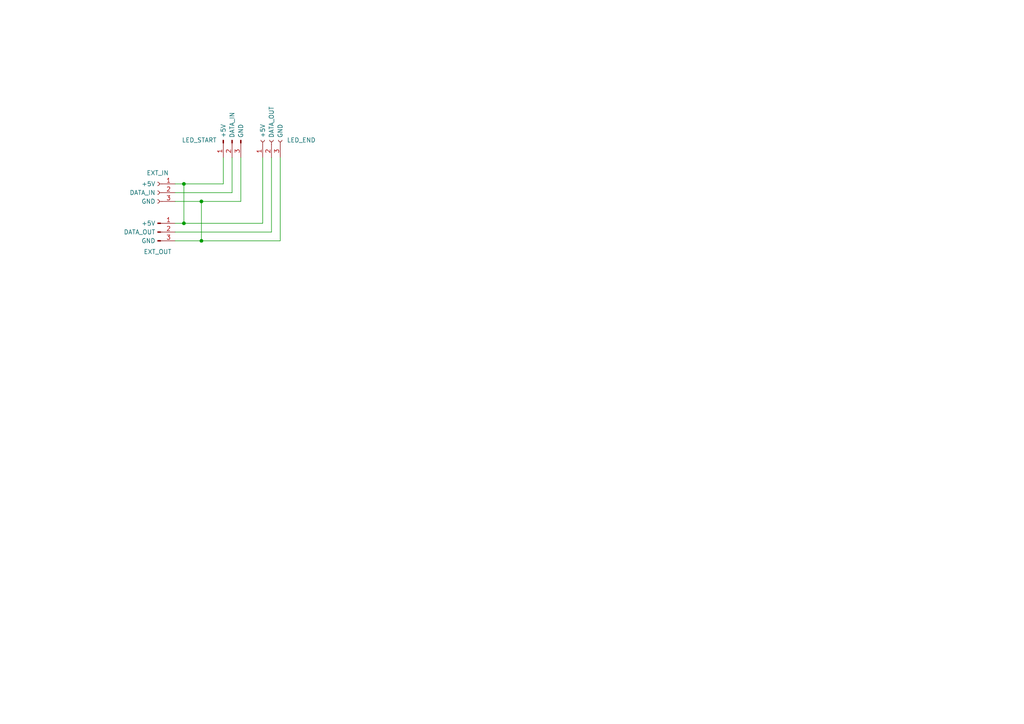
<source format=kicad_sch>
(kicad_sch (version 20250114) (generator "eeschema") (generator_version "9.0")
  (paper "A4")
  (lib_symbols
    (symbol "Conn_01x03_Pin_1" (pin_names (offset 1.905))
      (property "Value" "LED_START" (at 0 4.445 90))
      (symbol "Conn_01x03_Pin_1_1_1"
        (rectangle (start 0.8636 2.667) (end 0 2.413) (stroke (width 0.1524)) (fill (type outline)))
        (rectangle (start 0.8636 0.127) (end 0 -0.127) (stroke (width 0.1524)) (fill (type outline)))
        (rectangle (start 0.8636 -2.413) (end 0 -2.667) (stroke (width 0.1524)) (fill (type outline)))
        (polyline (pts (xy 1.27 2.54) (xy 0.8636 2.54)) (stroke (width 0.1524)))
        (polyline (pts (xy 1.27 0) (xy 0.8636 0)) (stroke (width 0.1524)))
        (polyline (pts (xy 1.27 -2.54) (xy 0.8636 -2.54)) (stroke (width 0.1524)))
        (pin passive line (at 5.08 2.54 180) (length 3.81) (name "+5V") (number "1"))
        (pin passive line (at 5.08 0 180) (length 3.81) (name "DATA_IN") (number "2"))
        (pin passive line (at 5.08 -2.54 180) (length 3.81) (name "GND") (number "3"))
      )
    )
    (symbol "Conn_01x03_Pin_2" (pin_names (offset 1.905))
      (property "Value" "EXT_OUT" (at 0 -5.715 0))
      (symbol "Conn_01x03_Pin_2_1_1"
        (rectangle (start 0.8636 2.667) (end 0 2.413) (stroke (width 0.1524)) (fill (type outline)))
        (rectangle (start 0.8636 0.127) (end 0 -0.127) (stroke (width 0.1524)) (fill (type outline)))
        (rectangle (start 0.8636 -2.413) (end 0 -2.667) (stroke (width 0.1524)) (fill (type outline)))
        (polyline (pts (xy 1.27 2.54) (xy 0.8636 2.54)) (stroke (width 0.1524)))
        (polyline (pts (xy 1.27 0) (xy 0.8636 0)) (stroke (width 0.1524)))
        (polyline (pts (xy 1.27 -2.54) (xy 0.8636 -2.54)) (stroke (width 0.1524)))
        (pin passive line (at 5.08 2.54 180) (length 3.81) (name "+5V") (number "1"))
        (pin passive line (at 5.08 0 180) (length 3.81) (name "DATA_OUT") (number "2"))
        (pin passive line (at 5.08 -2.54 180) (length 3.81) (name "GND") (number "3"))
      )
    )
    (symbol "Conn_01x03_Socket_1" (pin_names (offset 1.905))
      (property "Value" "LED_END" (at 0 -4.445 90))
      (symbol "Conn_01x03_Socket_1_1_1"
        (polyline (pts (xy -1.27 2.54) (xy -0.508 2.54)) (stroke (width 0.1524)))
        (polyline (pts (xy -1.27 0) (xy -0.508 0)) (stroke (width 0.1524)))
        (polyline (pts (xy -1.27 -2.54) (xy -0.508 -2.54)) (stroke (width 0.1524)))
        (arc (start 0 2.032) (mid -0.5058 2.54) (end 0 3.048) (stroke (width 0.1524)))
        (arc (start 0 -0.508) (mid -0.5058 0) (end 0 0.508) (stroke (width 0.1524)))
        (arc (start 0 -3.048) (mid -0.5058 -2.54) (end 0 -2.032) (stroke (width 0.1524)))
        (pin passive line (at -5.08 2.54 0) (length 3.81) (name "+5V") (number "1"))
        (pin passive line (at -5.08 0 0) (length 3.81) (name "DATA_OUT") (number "2"))
        (pin passive line (at -5.08 -2.54 0) (length 3.81) (name "GND") (number "3"))
      )
    )
    (symbol "Conn_01x03_Socket_2" (pin_names (offset 1.905))
      (property "Value" "EXT_IN" (at 0 5.715 0))
      (symbol "Conn_01x03_Socket_2_1_1"
        (polyline (pts (xy -1.27 2.54) (xy -0.508 2.54)) (stroke (width 0.1524)))
        (polyline (pts (xy -1.27 0) (xy -0.508 0)) (stroke (width 0.1524)))
        (polyline (pts (xy -1.27 -2.54) (xy -0.508 -2.54)) (stroke (width 0.1524)))
        (arc (start 0 2.032) (mid -0.5058 2.54) (end 0 3.048) (stroke (width 0.1524)))
        (arc (start 0 -0.508) (mid -0.5058 0) (end 0 0.508) (stroke (width 0.1524)))
        (arc (start 0 -3.048) (mid -0.5058 -2.54) (end 0 -2.032) (stroke (width 0.1524)))
        (pin passive line (at -5.08 2.54 0) (length 3.81) (name "+5V") (number "1"))
        (pin passive line (at -5.08 0 0) (length 3.81) (name "DATA_IN") (number "2"))
        (pin passive line (at -5.08 -2.54 0) (length 3.81) (name "GND") (number "3"))
      )
    )
  )
  (junction (at 58.42 58.42))
  (junction (at 53.34 64.77))
  (junction (at 58.42 69.85))
  (junction (at 53.34 53.34))
  (wire (pts (xy 67.31 55.88) (xy 50.8 55.88)))
  (wire (pts (xy 50.8 64.77) (xy 53.34 64.77)))
  (wire (pts (xy 78.74 67.31) (xy 50.8 67.31)))
  (wire (pts (xy 76.2 64.77) (xy 76.2 45.72)))
  (wire (pts (xy 67.31 45.72) (xy 67.31 55.88)))
  (wire (pts (xy 53.34 53.34) (xy 53.34 64.77)))
  (wire (pts (xy 78.74 45.72) (xy 78.74 67.31)))
  (wire (pts (xy 50.8 53.34) (xy 53.34 53.34)))
  (wire (pts (xy 50.8 69.85) (xy 58.42 69.85)))
  (wire (pts (xy 81.28 69.85) (xy 81.28 45.72)))
  (wire (pts (xy 50.8 58.42) (xy 58.42 58.42)))
  (wire (pts (xy 53.34 53.34) (xy 64.77 53.34)))
  (wire (pts (xy 58.42 69.85) (xy 81.28 69.85)))
  (wire (pts (xy 58.42 58.42) (xy 69.85 58.42)))
  (wire (pts (xy 69.85 58.42) (xy 69.85 45.72)))
  (wire (pts (xy 64.77 53.34) (xy 64.77 45.72)))
  (wire (pts (xy 58.42 58.42) (xy 58.42 69.85)))
  (wire (pts (xy 53.34 64.77) (xy 76.2 64.77)))
  (symbol (lib_name "Conn_01x03_Pin_2") (lib_id "Connector:Conn_01x03_Pin") (at 45.72 67.31 0) (unit 1)
    (property "Reference" "J2" (effects (hide yes)))
    (property "Value" "EXT_OUT" (at 45.72 73.025 0))
    (property "Footprint" "LEDnet:LED_Wire_Connector" (effects (hide yes)))
    (property "Description" "Generic connector, single row, 01x03, script generated" (effects (hide yes)))
  )
  (symbol (lib_name "Conn_01x03_Socket_2") (lib_id "Connector:Conn_01x03_Socket") (at 45.72 55.88 0) (mirror y) (unit 1)
    (property "Reference" "J1" (effects (hide yes)))
    (property "Value" "EXT_IN" (at 45.72 50.165 0))
    (property "Footprint" "LEDnet:LED_Wire_Connector" (effects (hide yes)))
    (property "Description" "Generic connector, single row, 01x03, script generated" (effects (hide yes)))
  )
  (symbol (lib_name "Conn_01x03_Pin_1") (lib_id "Connector:Conn_01x03_Pin") (at 67.31 40.64 90) (mirror x) (unit 1)
    (property "Reference" "J3" (effects (hide yes)))
    (property "Value" "LED_START" (at 62.865 40.64 90) (effects (justify left)))
    (property "Footprint" "LEDnet:LED_Wire_Connector" (effects (hide yes)))
    (property "Description" "Generic connector, single row, 01x03, script generated" (effects (hide yes)))
  )
  (symbol (lib_name "Conn_01x03_Socket_1") (lib_id "Connector:Conn_01x03_Socket") (at 78.74 40.64 90) (unit 1)
    (property "Reference" "J4" (effects (hide yes)))
    (property "Value" "LED_END" (at 83.185 40.64 90) (effects (justify right)))
    (property "Footprint" "LEDnet:LED_Wire_Connector" (effects (hide yes)))
    (property "Description" "Generic connector, single row, 01x03, script generated" (effects (hide yes)))
  )
)
</source>
